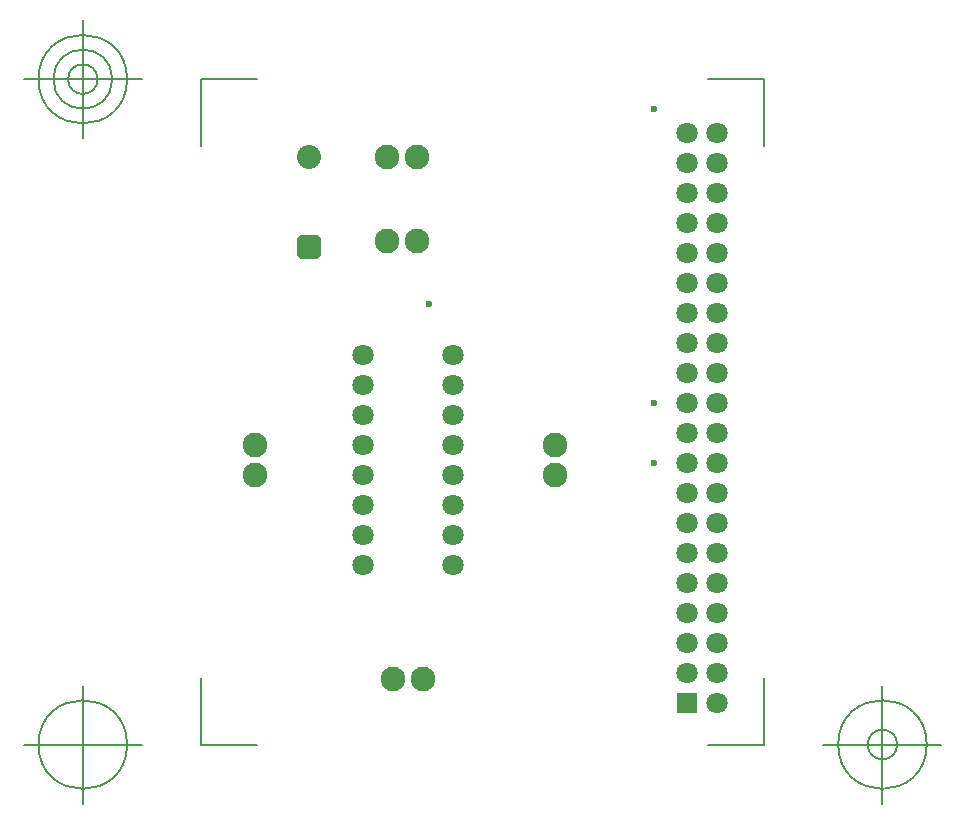
<source format=gbr>
G04 Generated by Ultiboard 14.0 *
%FSLAX34Y34*%
%MOMM*%

%ADD10C,0.0001*%
%ADD11C,0.1270*%
%ADD12C,0.6000*%
%ADD13C,1.8034*%
%ADD14R,1.8034X1.8034*%
%ADD15C,2.0954*%
%ADD16R,1.1854X1.1854*%
%ADD17C,0.8466*%
%ADD18C,2.0320*%


G04 ColorRGB 9900CC for the following layer *
%LNSolder Mask Bottom*%
%LPD*%
G54D10*
G54D11*
X-233433Y-289306D02*
X-233433Y-232969D01*
X-233433Y-289306D02*
X-185731Y-289306D01*
X243586Y-289306D02*
X195884Y-289306D01*
X243586Y-289306D02*
X243586Y-232969D01*
X243586Y274066D02*
X243586Y217729D01*
X243586Y274066D02*
X195884Y274066D01*
X-233433Y274066D02*
X-185731Y274066D01*
X-233433Y274066D02*
X-233433Y217729D01*
X-283433Y-289306D02*
X-383433Y-289306D01*
X-333433Y-339306D02*
X-333433Y-239306D01*
X-370933Y-289306D02*
G75*
D01*
G02X-370933Y-289306I37500J0*
G01*
X293586Y-289306D02*
X393586Y-289306D01*
X343586Y-339306D02*
X343586Y-239306D01*
X306086Y-289306D02*
G75*
D01*
G02X306086Y-289306I37500J0*
G01*
X331086Y-289306D02*
G75*
D01*
G02X331086Y-289306I12500J0*
G01*
X-283433Y274066D02*
X-383433Y274066D01*
X-333433Y224066D02*
X-333433Y324066D01*
X-370933Y274066D02*
G75*
D01*
G02X-370933Y274066I37500J0*
G01*
X-358433Y274066D02*
G75*
D01*
G02X-358433Y274066I25000J0*
G01*
X-345933Y274066D02*
G75*
D01*
G02X-345933Y274066I12500J0*
G01*
G54D12*
X-40640Y83820D03*
X149860Y0D03*
X149860Y-50800D03*
X149860Y248920D03*
G54D13*
X203200Y-127000D03*
X177800Y-228600D03*
X177800Y-203200D03*
X177800Y-177800D03*
X177800Y-152400D03*
X177800Y-127000D03*
X177800Y-101600D03*
X177800Y-76200D03*
X177800Y-50800D03*
X177800Y-25400D03*
X177800Y0D03*
X177800Y25400D03*
X177800Y50800D03*
X177800Y76200D03*
X177800Y101600D03*
X177800Y127000D03*
X177800Y152400D03*
X177800Y177800D03*
X177800Y203200D03*
X177800Y228600D03*
X203200Y-254000D03*
X203200Y-228600D03*
X203200Y-203200D03*
X203200Y-177800D03*
X203200Y-152400D03*
X203200Y-101600D03*
X203200Y-76200D03*
X203200Y-50800D03*
X203200Y-25400D03*
X203200Y0D03*
X203200Y25400D03*
X203200Y50800D03*
X203200Y76200D03*
X203200Y101600D03*
X203200Y127000D03*
X203200Y152400D03*
X203200Y177800D03*
X203200Y203200D03*
X203200Y228600D03*
X-20320Y-35560D03*
X-96520Y-137160D03*
X-20320Y-86360D03*
X-20320Y-111760D03*
X-20320Y-60960D03*
X-20320Y-10160D03*
X-20320Y15240D03*
X-20320Y40640D03*
X-96520Y15240D03*
X-96520Y-60960D03*
X-96520Y-86360D03*
X-96520Y-111760D03*
X-96520Y-10160D03*
X-96520Y-35560D03*
X-96520Y40640D03*
X-20320Y-137160D03*
G54D14*
X177800Y-254000D03*
G54D15*
X-76200Y208280D03*
X-50800Y208280D03*
X-76200Y137160D03*
X-50800Y137160D03*
X-71120Y-233680D03*
X-45720Y-233680D03*
X66040Y-60960D03*
X66040Y-35560D03*
X-187960Y-60960D03*
X-187960Y-35560D03*
G54D16*
X-142240Y132080D03*
G54D17*
X-148167Y126153D02*
X-136313Y126153D01*
X-136313Y138007D01*
X-148167Y138007D01*
X-148167Y126153D01*D02*
G54D18*
X-142240Y208280D03*

M02*

</source>
